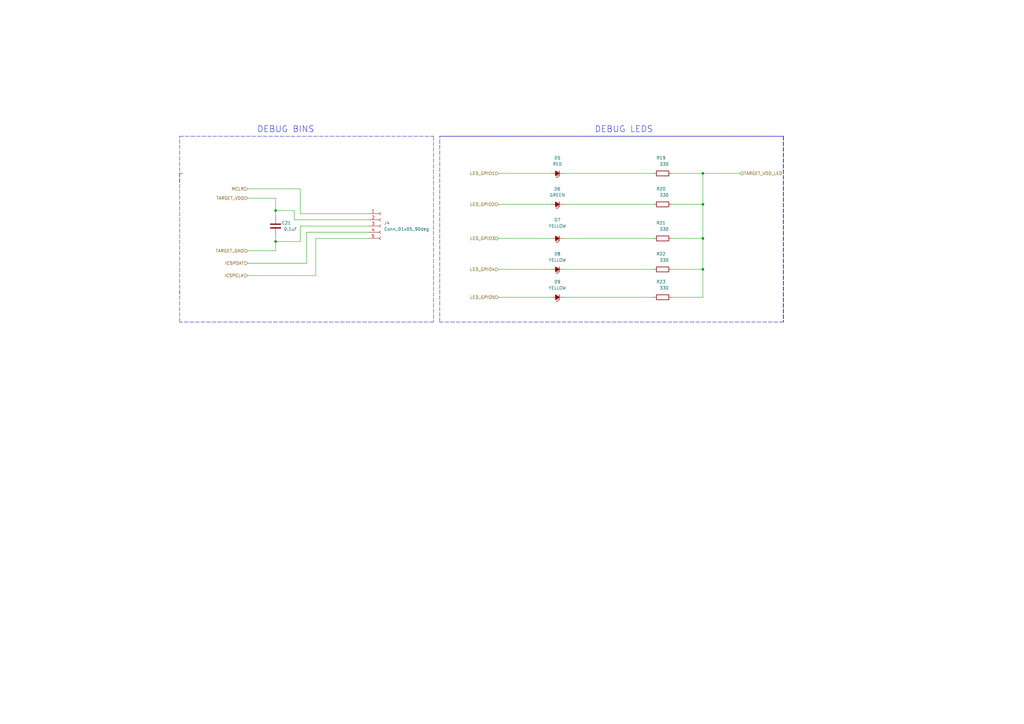
<source format=kicad_sch>
(kicad_sch (version 20211123) (generator eeschema)
  (paper "A3")
  (lib_symbols
    (symbol "Connector:Conn_01x05_Female" (pin_names (offset 1.016) hide)
      (property "Reference" "J" (at 0 7.62 0))
      (property "Value" "Conn_01x05_Female" (at 0 -7.62 0))
      (symbol "Conn_01x05_Female_1_1"
        (arc (start 0 -4.572) (mid -0.508 -5.08) (end 0 -5.588) (stroke (width 0.1524)))
        (arc (start 0 -2.032) (mid -0.508 -2.54) (end 0 -3.048) (stroke (width 0.1524)))
        (polyline (pts (xy -1.27 -5.08) (xy -0.508 -5.08)) (stroke (width 0.1524)))
        (polyline (pts (xy -1.27 -2.54) (xy -0.508 -2.54)) (stroke (width 0.1524)))
        (polyline (pts (xy -1.27 0) (xy -0.508 0)) (stroke (width 0.1524)))
        (polyline (pts (xy -1.27 2.54) (xy -0.508 2.54)) (stroke (width 0.1524)))
        (polyline (pts (xy -1.27 5.08) (xy -0.508 5.08)) (stroke (width 0.1524)))
        (arc (start 0 0.508) (mid -0.508 0) (end 0 -0.508) (stroke (width 0.1524)))
        (arc (start 0 3.048) (mid -0.508 2.54) (end 0 2.032) (stroke (width 0.1524)))
        (arc (start 0 5.588) (mid -0.508 5.08) (end 0 4.572) (stroke (width 0.1524)))
        (pin passive line (at -5.08 5.08 0) (length 3.81) (name "Pin_1") (number "1"))
        (pin passive line (at -5.08 2.54 0) (length 3.81) (name "Pin_2") (number "2"))
        (pin passive line (at -5.08 0 0) (length 3.81) (name "Pin_3") (number "3"))
        (pin passive line (at -5.08 -2.54 0) (length 3.81) (name "Pin_4") (number "4"))
        (pin passive line (at -5.08 -5.08 0) (length 3.81) (name "Pin_5") (number "5"))
      )
    )
    (symbol "Device:C" (pin_numbers hide) (pin_names (offset 0.254))
      (property "Reference" "C" (at 0.635 2.54 0))
      (property "Value" "C" (at 0.635 -2.54 0))
      (symbol "C_0_1"
        (polyline (pts (xy -2.032 -0.762) (xy 2.032 -0.762)) (stroke (width 0.508)))
        (polyline (pts (xy -2.032 0.762) (xy 2.032 0.762)) (stroke (width 0.508)))
      )
      (symbol "C_1_1"
        (pin passive line (at 0 3.81 270) (length 2.794) (name "~") (number "1"))
        (pin passive line (at 0 -3.81 90) (length 2.794) (name "~") (number "2"))
      )
    )
    (symbol "Device:LED_Small_Filled" (pin_numbers hide) (pin_names (offset 0.254) hide)
      (property "Reference" "D" (at -1.27 3.175 0))
      (property "Value" "LED_Small_Filled" (at -4.445 -2.54 0))
      (symbol "LED_Small_Filled_0_1"
        (polyline (pts (xy -0.762 -1.016) (xy -0.762 1.016)) (stroke (width 0.254)))
        (polyline (pts (xy 1.016 0) (xy -0.762 0)))
        (polyline (pts (xy 0.762 -1.016) (xy -0.762 0) (xy 0.762 1.016) (xy 0.762 -1.016)) (stroke (width 0.254)) (fill (type outline)))
        (polyline (pts (xy 0 0.762) (xy -0.508 1.27) (xy -0.254 1.27) (xy -0.508 1.27) (xy -0.508 1.016)))
        (polyline (pts (xy 0.508 1.27) (xy 0 1.778) (xy 0.254 1.778) (xy 0 1.778) (xy 0 1.524)))
      )
      (symbol "LED_Small_Filled_1_1"
        (pin passive line (at -2.54 0 0) (length 1.778) (name "K") (number "1"))
        (pin passive line (at 2.54 0 180) (length 1.778) (name "A") (number "2"))
      )
    )
    (symbol "Device:R" (pin_numbers hide) (pin_names (offset 0))
      (property "Reference" "R" (at 2.032 0 90))
      (property "Value" "R" (at 0 0 90))
      (symbol "R_0_1"
        (rectangle (start -1.016 -2.54) (end 1.016 2.54) (stroke (width 0.254)))
      )
      (symbol "R_1_1"
        (pin passive line (at 0 3.81 270) (length 1.27) (name "~") (number "1"))
        (pin passive line (at 0 -3.81 90) (length 1.27) (name "~") (number "2"))
      )
    )
  )
  (junction (at 288.29 83.82))
  (junction (at 288.29 71.12))
  (junction (at 288.29 97.79))
  (junction (at 288.29 110.49))
  (junction (at 113.03 86.36))
  (junction (at 113.03 99.06))
  (wire (pts (xy 113.03 99.06) (xy 113.03 96.52)))
  (wire (pts (xy 101.6 113.03) (xy 129.54 113.03)))
  (wire (pts (xy 123.19 92.71) (xy 151.13 92.71)))
  (polyline (pts (xy 73.66 132.08) (xy 73.66 119.38)))
  (wire (pts (xy 113.03 81.28) (xy 113.03 86.36)))
  (wire (pts (xy 113.03 102.87) (xy 113.03 99.06)))
  (wire (pts (xy 101.6 102.87) (xy 113.03 102.87)))
  (wire (pts (xy 288.29 97.79) (xy 288.29 110.49)))
  (wire (pts (xy 120.65 90.17) (xy 120.65 86.36)))
  (wire (pts (xy 288.29 83.82) (xy 288.29 71.12)))
  (wire (pts (xy 113.03 86.36) (xy 113.03 88.9)))
  (wire (pts (xy 231.14 71.12) (xy 267.97 71.12)))
  (polyline (pts (xy 181.61 55.88) (xy 321.31 55.88)))
  (wire (pts (xy 275.59 71.12) (xy 288.29 71.12)))
  (polyline (pts (xy 177.8 132.08) (xy 73.66 132.08)))
  (wire (pts (xy 275.59 110.49) (xy 288.29 110.49)))
  (wire (pts (xy 204.47 71.12) (xy 226.06 71.12)))
  (wire (pts (xy 204.47 97.79) (xy 226.06 97.79)))
  (wire (pts (xy 275.59 83.82) (xy 288.29 83.82)))
  (polyline (pts (xy 321.31 132.08) (xy 180.34 132.08)))
  (polyline (pts (xy 321.31 55.88) (xy 321.31 132.08)))
  (wire (pts (xy 288.29 71.12) (xy 303.53 71.12)))
  (wire (pts (xy 231.14 83.82) (xy 267.97 83.82)))
  (wire (pts (xy 125.73 95.25) (xy 151.13 95.25)))
  (wire (pts (xy 123.19 87.63) (xy 151.13 87.63)))
  (wire (pts (xy 123.19 92.71) (xy 123.19 99.06)))
  (wire (pts (xy 288.29 97.79) (xy 288.29 83.82)))
  (polyline (pts (xy 180.34 132.08) (xy 180.34 55.88)))
  (wire (pts (xy 231.14 110.49) (xy 267.97 110.49)))
  (wire (pts (xy 129.54 113.03) (xy 129.54 97.79)))
  (wire (pts (xy 204.47 121.92) (xy 226.06 121.92)))
  (wire (pts (xy 120.65 86.36) (xy 113.03 86.36)))
  (wire (pts (xy 231.14 97.79) (xy 267.97 97.79)))
  (wire (pts (xy 204.47 83.82) (xy 226.06 83.82)))
  (polyline (pts (xy 180.34 55.88) (xy 321.31 55.88)))
  (wire (pts (xy 275.59 97.79) (xy 288.29 97.79)))
  (wire (pts (xy 288.29 110.49) (xy 288.29 121.92)))
  (wire (pts (xy 123.19 77.47) (xy 123.19 87.63)))
  (polyline (pts (xy 321.31 55.88) (xy 321.31 132.08)))
  (polyline (pts (xy 73.66 71.12) (xy 74.93 71.12)))
  (wire (pts (xy 101.6 107.95) (xy 125.73 107.95)))
  (wire (pts (xy 101.6 77.47) (xy 123.19 77.47)))
  (polyline (pts (xy 73.66 120.65) (xy 73.66 71.12)))
  (polyline (pts (xy 73.66 74.93) (xy 73.66 55.88)))
  (wire (pts (xy 231.14 121.92) (xy 267.97 121.92)))
  (wire (pts (xy 123.19 99.06) (xy 113.03 99.06)))
  (wire (pts (xy 204.47 110.49) (xy 226.06 110.49)))
  (wire (pts (xy 101.6 81.28) (xy 113.03 81.28)))
  (wire (pts (xy 125.73 107.95) (xy 125.73 95.25)))
  (polyline (pts (xy 177.8 55.88) (xy 177.8 132.08)))
  (wire (pts (xy 129.54 97.79) (xy 151.13 97.79)))
  (polyline (pts (xy 73.66 55.88) (xy 177.8 55.88)))
  (polyline (pts (xy 186.69 55.88) (xy 321.31 55.88)))
  (polyline (pts (xy 321.31 55.88) (xy 321.31 132.08)))
  (wire (pts (xy 275.59 121.92) (xy 288.29 121.92)))
  (wire (pts (xy 120.65 90.17) (xy 151.13 90.17)))
  (polyline (pts (xy 180.34 55.88) (xy 186.69 55.88)))
  (text "DEBUG BINS" (at 105.41 54.61 0) (effects (font (size 2.54 2.54)) (justify left bottom)))
  (text "DEBUG LEDS" (at 243.84 54.61 0) (effects (font (size 2.54 2.54)) (justify left bottom)))
  (hierarchical_label "LED_GPIO4" (shape input) (at 204.47 110.49 180))
  (hierarchical_label "LED_GPIO3" (shape input) (at 204.47 97.79 180))
  (hierarchical_label "MCLR" (shape input) (at 101.6 77.47 180))
  (hierarchical_label "TARGET_VDD_LED" (shape input) (at 303.53 71.12 0))
  (hierarchical_label "ICSPCLK" (shape input) (at 101.6 113.03 180))
  (hierarchical_label "LED_GPIO1" (shape input) (at 204.47 71.12 180))
  (hierarchical_label "TARGET_VDD" (shape input) (at 101.6 81.28 180))
  (hierarchical_label "LED_GPIO2" (shape input) (at 204.47 83.82 180))
  (hierarchical_label "TARGET_GND" (shape input) (at 101.6 102.87 180))
  (hierarchical_label "LED_GPIO5" (shape input) (at 204.47 121.92 180))
  (hierarchical_label "ICSPDAT" (shape input) (at 101.6 107.95 180))
  (symbol (lib_id "Device:R") (at 271.78 71.12 90) (unit 1)
    (property "Reference" "R19" (at 273.05 64.77 90) (effects (justify left)))
    (property "Value" "330" (at 274.32 67.31 90) (effects (justify left)))
    (property "Footprint" "Resistor_SMD:R_0603_1608Metric" (effects hide))
  )
  (symbol (lib_id "Device:LED_Small_Filled") (at 228.6 110.49 180) (unit 1)
    (property "Reference" "D8" (at 228.6 104.14 0))
    (property "Value" "YELLOW" (at 228.6 106.68 0))
    (property "Footprint" "LED_SMD:LED_0603_1608Metric" (effects hide))
  )
  (symbol (lib_id "Connector:Conn_01x05_Female") (at 156.21 92.71 0) (unit 1)
    (property "Reference" "J4" (at 157.48 91.4399 0) (effects (justify left)))
    (property "Value" "Conn_01x05_90deg" (at 157.48 93.9799 0) (effects (justify left)))
    (property "Footprint" "Connector_PinHeader_2.54mm:PinHeader_1x05_P2.54mm_Horizontal" (effects hide))
  )
  (symbol (lib_id "Device:R") (at 271.78 110.49 90) (unit 1)
    (property "Reference" "R22" (at 273.05 104.14 90) (effects (justify left)))
    (property "Value" "330" (at 274.32 106.68 90) (effects (justify left)))
    (property "Footprint" "Resistor_SMD:R_0603_1608Metric" (effects hide))
  )
  (symbol (lib_id "Device:LED_Small_Filled") (at 228.6 97.79 180) (unit 1)
    (property "Reference" "D7" (at 228.6 90.17 0))
    (property "Value" "YELLOW" (at 228.6 92.71 0))
    (property "Footprint" "LED_SMD:LED_0603_1608Metric" (effects hide))
  )
  (symbol (lib_id "Device:C") (at 113.03 92.71 180) (unit 1)
    (property "Reference" "C21" (at 119.38 91.44 0) (effects (justify left)))
    (property "Value" "0.1uF" (at 121.92 93.98 0) (effects (justify left)))
    (property "Footprint" "Capacitor_SMD:C_0603_1608Metric" (effects hide))
    (property "Voltage" "25V" (effects hide))
    (property "Mfr. #" "CL10B104KA8NNNC" (effects hide))
    (property "Order" "https://www.digikey.com/product-detail/en/samsung-electro-mechanics/CL10B104KA8NNNC/1276-1006-1-ND/3889092" (effects hide))
  )
  (symbol (lib_id "Device:LED_Small_Filled") (at 228.6 71.12 180) (unit 1)
    (property "Reference" "D5" (at 228.6 64.77 0))
    (property "Value" "RED" (at 228.6 67.31 0))
    (property "Footprint" "LED_SMD:LED_0603_1608Metric" (effects hide))
  )
  (symbol (lib_id "Device:R") (at 271.78 121.92 90) (unit 1)
    (property "Reference" "R23" (at 273.05 115.57 90) (effects (justify left)))
    (property "Value" "330" (at 274.32 118.11 90) (effects (justify left)))
    (property "Footprint" "Resistor_SMD:R_0603_1608Metric" (effects hide))
  )
  (symbol (lib_id "Device:R") (at 271.78 97.79 90) (unit 1)
    (property "Reference" "R21" (at 273.05 91.44 90) (effects (justify left)))
    (property "Value" "330" (at 274.32 93.98 90) (effects (justify left)))
    (property "Footprint" "Resistor_SMD:R_0603_1608Metric" (effects hide))
  )
  (symbol (lib_id "Device:LED_Small_Filled") (at 228.6 121.92 180) (unit 1)
    (property "Reference" "D9" (at 228.6 115.57 0))
    (property "Value" "YELLOW" (at 228.6 118.11 0))
    (property "Footprint" "LED_SMD:LED_0603_1608Metric" (effects hide))
  )
  (symbol (lib_id "Device:LED_Small_Filled") (at 228.6 83.82 180) (unit 1)
    (property "Reference" "D6" (at 228.6 77.47 0))
    (property "Value" "GREEN" (at 228.6 80.01 0))
    (property "Footprint" "LED_SMD:LED_0603_1608Metric" (effects hide))
  )
  (symbol (lib_id "Device:R") (at 271.78 83.82 90) (unit 1)
    (property "Reference" "R20" (at 273.05 77.47 90) (effects (justify left)))
    (property "Value" "330" (at 274.32 80.01 90) (effects (justify left)))
    (property "Footprint" "Resistor_SMD:R_0603_1608Metric" (effects hide))
  )
)
</source>
